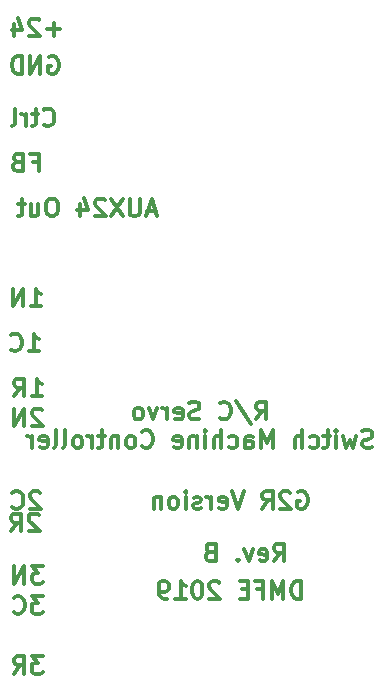
<source format=gbr>
G04 #@! TF.GenerationSoftware,KiCad,Pcbnew,(5.99.0-218-g4a79b08ca)*
G04 #@! TF.CreationDate,2019-10-24T17:32:45-07:00*
G04 #@! TF.ProjectId,RCSMCtrl,5243534d-4374-4726-9c2e-6b696361645f,NC*
G04 #@! TF.SameCoordinates,Original*
G04 #@! TF.FileFunction,Legend,Bot*
G04 #@! TF.FilePolarity,Positive*
%FSLAX46Y46*%
G04 Gerber Fmt 4.6, Leading zero omitted, Abs format (unit mm)*
G04 Created by KiCad (PCBNEW (5.99.0-218-g4a79b08ca)) date 2019-10-24 17:32:45*
%MOMM*%
%LPD*%
G04 APERTURE LIST*
%ADD10C,0.300000*%
G04 APERTURE END LIST*
D10*
X128269285Y-90690000D02*
X128412142Y-90618571D01*
X128626428Y-90618571D01*
X128840714Y-90690000D01*
X128983571Y-90832857D01*
X129055000Y-90975714D01*
X129126428Y-91261428D01*
X129126428Y-91475714D01*
X129055000Y-91761428D01*
X128983571Y-91904285D01*
X128840714Y-92047142D01*
X128626428Y-92118571D01*
X128483571Y-92118571D01*
X128269285Y-92047142D01*
X128197857Y-91975714D01*
X128197857Y-91475714D01*
X128483571Y-91475714D01*
X127626428Y-90761428D02*
X127555000Y-90690000D01*
X127412142Y-90618571D01*
X127055000Y-90618571D01*
X126912142Y-90690000D01*
X126840714Y-90761428D01*
X126769285Y-90904285D01*
X126769285Y-91047142D01*
X126840714Y-91261428D01*
X127697857Y-92118571D01*
X126769285Y-92118571D01*
X125269285Y-92118571D02*
X125769285Y-91404285D01*
X126126428Y-92118571D02*
X126126428Y-90618571D01*
X125555000Y-90618571D01*
X125412142Y-90690000D01*
X125340714Y-90761428D01*
X125269285Y-90904285D01*
X125269285Y-91118571D01*
X125340714Y-91261428D01*
X125412142Y-91332857D01*
X125555000Y-91404285D01*
X126126428Y-91404285D01*
X123697857Y-90618571D02*
X123197857Y-92118571D01*
X122697857Y-90618571D01*
X121626428Y-92047142D02*
X121769285Y-92118571D01*
X122055000Y-92118571D01*
X122197857Y-92047142D01*
X122269285Y-91904285D01*
X122269285Y-91332857D01*
X122197857Y-91190000D01*
X122055000Y-91118571D01*
X121769285Y-91118571D01*
X121626428Y-91190000D01*
X121555000Y-91332857D01*
X121555000Y-91475714D01*
X122269285Y-91618571D01*
X120912142Y-92118571D02*
X120912142Y-91118571D01*
X120912142Y-91404285D02*
X120840714Y-91261428D01*
X120769285Y-91190000D01*
X120626428Y-91118571D01*
X120483571Y-91118571D01*
X120055000Y-92047142D02*
X119912142Y-92118571D01*
X119626428Y-92118571D01*
X119483571Y-92047142D01*
X119412142Y-91904285D01*
X119412142Y-91832857D01*
X119483571Y-91690000D01*
X119626428Y-91618571D01*
X119840714Y-91618571D01*
X119983571Y-91547142D01*
X120055000Y-91404285D01*
X120055000Y-91332857D01*
X119983571Y-91190000D01*
X119840714Y-91118571D01*
X119626428Y-91118571D01*
X119483571Y-91190000D01*
X118769285Y-92118571D02*
X118769285Y-91118571D01*
X118769285Y-90618571D02*
X118840714Y-90690000D01*
X118769285Y-90761428D01*
X118697857Y-90690000D01*
X118769285Y-90618571D01*
X118769285Y-90761428D01*
X117840714Y-92118571D02*
X117983571Y-92047142D01*
X118055000Y-91975714D01*
X118126428Y-91832857D01*
X118126428Y-91404285D01*
X118055000Y-91261428D01*
X117983571Y-91190000D01*
X117840714Y-91118571D01*
X117626428Y-91118571D01*
X117483571Y-91190000D01*
X117412142Y-91261428D01*
X117340714Y-91404285D01*
X117340714Y-91832857D01*
X117412142Y-91975714D01*
X117483571Y-92047142D01*
X117626428Y-92118571D01*
X117840714Y-92118571D01*
X116697857Y-91118571D02*
X116697857Y-92118571D01*
X116697857Y-91261428D02*
X116626428Y-91190000D01*
X116483571Y-91118571D01*
X116269285Y-91118571D01*
X116126428Y-91190000D01*
X116055000Y-91332857D01*
X116055000Y-92118571D01*
X126253571Y-96563571D02*
X126753571Y-95849285D01*
X127110714Y-96563571D02*
X127110714Y-95063571D01*
X126539285Y-95063571D01*
X126396428Y-95135000D01*
X126325000Y-95206428D01*
X126253571Y-95349285D01*
X126253571Y-95563571D01*
X126325000Y-95706428D01*
X126396428Y-95777857D01*
X126539285Y-95849285D01*
X127110714Y-95849285D01*
X125039285Y-96492142D02*
X125182142Y-96563571D01*
X125467857Y-96563571D01*
X125610714Y-96492142D01*
X125682142Y-96349285D01*
X125682142Y-95777857D01*
X125610714Y-95635000D01*
X125467857Y-95563571D01*
X125182142Y-95563571D01*
X125039285Y-95635000D01*
X124967857Y-95777857D01*
X124967857Y-95920714D01*
X125682142Y-96063571D01*
X124467857Y-95563571D02*
X124110714Y-96563571D01*
X123753571Y-95563571D01*
X123182142Y-96420714D02*
X123110714Y-96492142D01*
X123182142Y-96563571D01*
X123253571Y-96492142D01*
X123182142Y-96420714D01*
X123182142Y-96563571D01*
X120825000Y-95777857D02*
X120610714Y-95849285D01*
X120539285Y-95920714D01*
X120467857Y-96063571D01*
X120467857Y-96277857D01*
X120539285Y-96420714D01*
X120610714Y-96492142D01*
X120753571Y-96563571D01*
X121325000Y-96563571D01*
X121325000Y-95063571D01*
X120825000Y-95063571D01*
X120682142Y-95135000D01*
X120610714Y-95206428D01*
X120539285Y-95349285D01*
X120539285Y-95492142D01*
X120610714Y-95635000D01*
X120682142Y-95706428D01*
X120825000Y-95777857D01*
X121325000Y-95777857D01*
X128555000Y-99738571D02*
X128555000Y-98238571D01*
X128197857Y-98238571D01*
X127983571Y-98310000D01*
X127840714Y-98452857D01*
X127769285Y-98595714D01*
X127697857Y-98881428D01*
X127697857Y-99095714D01*
X127769285Y-99381428D01*
X127840714Y-99524285D01*
X127983571Y-99667142D01*
X128197857Y-99738571D01*
X128555000Y-99738571D01*
X127055000Y-99738571D02*
X127055000Y-98238571D01*
X126555000Y-99310000D01*
X126055000Y-98238571D01*
X126055000Y-99738571D01*
X124840714Y-98952857D02*
X125340714Y-98952857D01*
X125340714Y-99738571D02*
X125340714Y-98238571D01*
X124626428Y-98238571D01*
X124055000Y-98952857D02*
X123555000Y-98952857D01*
X123340714Y-99738571D02*
X124055000Y-99738571D01*
X124055000Y-98238571D01*
X123340714Y-98238571D01*
X121626428Y-98381428D02*
X121555000Y-98310000D01*
X121412142Y-98238571D01*
X121055000Y-98238571D01*
X120912142Y-98310000D01*
X120840714Y-98381428D01*
X120769285Y-98524285D01*
X120769285Y-98667142D01*
X120840714Y-98881428D01*
X121697857Y-99738571D01*
X120769285Y-99738571D01*
X119840714Y-98238571D02*
X119697857Y-98238571D01*
X119555000Y-98310000D01*
X119483571Y-98381428D01*
X119412142Y-98524285D01*
X119340714Y-98810000D01*
X119340714Y-99167142D01*
X119412142Y-99452857D01*
X119483571Y-99595714D01*
X119555000Y-99667142D01*
X119697857Y-99738571D01*
X119840714Y-99738571D01*
X119983571Y-99667142D01*
X120055000Y-99595714D01*
X120126428Y-99452857D01*
X120197857Y-99167142D01*
X120197857Y-98810000D01*
X120126428Y-98524285D01*
X120055000Y-98381428D01*
X119983571Y-98310000D01*
X119840714Y-98238571D01*
X117912142Y-99738571D02*
X118769285Y-99738571D01*
X118340714Y-99738571D02*
X118340714Y-98238571D01*
X118483571Y-98452857D01*
X118626428Y-98595714D01*
X118769285Y-98667142D01*
X117197857Y-99738571D02*
X116912142Y-99738571D01*
X116769285Y-99667142D01*
X116697857Y-99595714D01*
X116555000Y-99381428D01*
X116483571Y-99095714D01*
X116483571Y-98524285D01*
X116555000Y-98381428D01*
X116626428Y-98310000D01*
X116769285Y-98238571D01*
X117055000Y-98238571D01*
X117197857Y-98310000D01*
X117269285Y-98381428D01*
X117340714Y-98524285D01*
X117340714Y-98881428D01*
X117269285Y-99024285D01*
X117197857Y-99095714D01*
X117055000Y-99167142D01*
X116769285Y-99167142D01*
X116626428Y-99095714D01*
X116555000Y-99024285D01*
X116483571Y-98881428D01*
X106660000Y-104588571D02*
X105731428Y-104588571D01*
X106231428Y-105160000D01*
X106017142Y-105160000D01*
X105874285Y-105231428D01*
X105802857Y-105302857D01*
X105731428Y-105445714D01*
X105731428Y-105802857D01*
X105802857Y-105945714D01*
X105874285Y-106017142D01*
X106017142Y-106088571D01*
X106445714Y-106088571D01*
X106588571Y-106017142D01*
X106660000Y-105945714D01*
X104231428Y-106088571D02*
X104731428Y-105374285D01*
X105088571Y-106088571D02*
X105088571Y-104588571D01*
X104517142Y-104588571D01*
X104374285Y-104660000D01*
X104302857Y-104731428D01*
X104231428Y-104874285D01*
X104231428Y-105088571D01*
X104302857Y-105231428D01*
X104374285Y-105302857D01*
X104517142Y-105374285D01*
X105088571Y-105374285D01*
X106660000Y-99508571D02*
X105731428Y-99508571D01*
X106231428Y-100080000D01*
X106017142Y-100080000D01*
X105874285Y-100151428D01*
X105802857Y-100222857D01*
X105731428Y-100365714D01*
X105731428Y-100722857D01*
X105802857Y-100865714D01*
X105874285Y-100937142D01*
X106017142Y-101008571D01*
X106445714Y-101008571D01*
X106588571Y-100937142D01*
X106660000Y-100865714D01*
X104231428Y-100865714D02*
X104302857Y-100937142D01*
X104517142Y-101008571D01*
X104660000Y-101008571D01*
X104874285Y-100937142D01*
X105017142Y-100794285D01*
X105088571Y-100651428D01*
X105160000Y-100365714D01*
X105160000Y-100151428D01*
X105088571Y-99865714D01*
X105017142Y-99722857D01*
X104874285Y-99580000D01*
X104660000Y-99508571D01*
X104517142Y-99508571D01*
X104302857Y-99580000D01*
X104231428Y-99651428D01*
X106695714Y-96968571D02*
X105767142Y-96968571D01*
X106267142Y-97540000D01*
X106052857Y-97540000D01*
X105910000Y-97611428D01*
X105838571Y-97682857D01*
X105767142Y-97825714D01*
X105767142Y-98182857D01*
X105838571Y-98325714D01*
X105910000Y-98397142D01*
X106052857Y-98468571D01*
X106481428Y-98468571D01*
X106624285Y-98397142D01*
X106695714Y-98325714D01*
X105124285Y-98468571D02*
X105124285Y-96968571D01*
X104267142Y-98468571D01*
X104267142Y-96968571D01*
X106334571Y-92666428D02*
X106263142Y-92595000D01*
X106120285Y-92523571D01*
X105763142Y-92523571D01*
X105620285Y-92595000D01*
X105548857Y-92666428D01*
X105477428Y-92809285D01*
X105477428Y-92952142D01*
X105548857Y-93166428D01*
X106406000Y-94023571D01*
X105477428Y-94023571D01*
X103977428Y-94023571D02*
X104477428Y-93309285D01*
X104834571Y-94023571D02*
X104834571Y-92523571D01*
X104263142Y-92523571D01*
X104120285Y-92595000D01*
X104048857Y-92666428D01*
X103977428Y-92809285D01*
X103977428Y-93023571D01*
X104048857Y-93166428D01*
X104120285Y-93237857D01*
X104263142Y-93309285D01*
X104834571Y-93309285D01*
X106461571Y-90761428D02*
X106390142Y-90690000D01*
X106247285Y-90618571D01*
X105890142Y-90618571D01*
X105747285Y-90690000D01*
X105675857Y-90761428D01*
X105604428Y-90904285D01*
X105604428Y-91047142D01*
X105675857Y-91261428D01*
X106533000Y-92118571D01*
X105604428Y-92118571D01*
X104104428Y-91975714D02*
X104175857Y-92047142D01*
X104390142Y-92118571D01*
X104533000Y-92118571D01*
X104747285Y-92047142D01*
X104890142Y-91904285D01*
X104961571Y-91761428D01*
X105033000Y-91475714D01*
X105033000Y-91261428D01*
X104961571Y-90975714D01*
X104890142Y-90832857D01*
X104747285Y-90690000D01*
X104533000Y-90618571D01*
X104390142Y-90618571D01*
X104175857Y-90690000D01*
X104104428Y-90761428D01*
X106624285Y-83776428D02*
X106552857Y-83705000D01*
X106410000Y-83633571D01*
X106052857Y-83633571D01*
X105910000Y-83705000D01*
X105838571Y-83776428D01*
X105767142Y-83919285D01*
X105767142Y-84062142D01*
X105838571Y-84276428D01*
X106695714Y-85133571D01*
X105767142Y-85133571D01*
X105124285Y-85133571D02*
X105124285Y-83633571D01*
X104267142Y-85133571D01*
X104267142Y-83633571D01*
X105731428Y-82593571D02*
X106588571Y-82593571D01*
X106160000Y-82593571D02*
X106160000Y-81093571D01*
X106302857Y-81307857D01*
X106445714Y-81450714D01*
X106588571Y-81522142D01*
X104231428Y-82593571D02*
X104731428Y-81879285D01*
X105088571Y-82593571D02*
X105088571Y-81093571D01*
X104517142Y-81093571D01*
X104374285Y-81165000D01*
X104302857Y-81236428D01*
X104231428Y-81379285D01*
X104231428Y-81593571D01*
X104302857Y-81736428D01*
X104374285Y-81807857D01*
X104517142Y-81879285D01*
X105088571Y-81879285D01*
X105477428Y-78783571D02*
X106334571Y-78783571D01*
X105906000Y-78783571D02*
X105906000Y-77283571D01*
X106048857Y-77497857D01*
X106191714Y-77640714D01*
X106334571Y-77712142D01*
X103977428Y-78640714D02*
X104048857Y-78712142D01*
X104263142Y-78783571D01*
X104406000Y-78783571D01*
X104620285Y-78712142D01*
X104763142Y-78569285D01*
X104834571Y-78426428D01*
X104906000Y-78140714D01*
X104906000Y-77926428D01*
X104834571Y-77640714D01*
X104763142Y-77497857D01*
X104620285Y-77355000D01*
X104406000Y-77283571D01*
X104263142Y-77283571D01*
X104048857Y-77355000D01*
X103977428Y-77426428D01*
X105640142Y-74973571D02*
X106497285Y-74973571D01*
X106068714Y-74973571D02*
X106068714Y-73473571D01*
X106211571Y-73687857D01*
X106354428Y-73830714D01*
X106497285Y-73902142D01*
X104997285Y-74973571D02*
X104997285Y-73473571D01*
X104140142Y-74973571D01*
X104140142Y-73473571D01*
X116240000Y-66925000D02*
X115525714Y-66925000D01*
X116382857Y-67353571D02*
X115882857Y-65853571D01*
X115382857Y-67353571D01*
X114882857Y-65853571D02*
X114882857Y-67067857D01*
X114811428Y-67210714D01*
X114740000Y-67282142D01*
X114597142Y-67353571D01*
X114311428Y-67353571D01*
X114168571Y-67282142D01*
X114097142Y-67210714D01*
X114025714Y-67067857D01*
X114025714Y-65853571D01*
X113454285Y-65853571D02*
X112454285Y-67353571D01*
X112454285Y-65853571D02*
X113454285Y-67353571D01*
X111954285Y-65996428D02*
X111882857Y-65925000D01*
X111740000Y-65853571D01*
X111382857Y-65853571D01*
X111240000Y-65925000D01*
X111168571Y-65996428D01*
X111097142Y-66139285D01*
X111097142Y-66282142D01*
X111168571Y-66496428D01*
X112025714Y-67353571D01*
X111097142Y-67353571D01*
X109811428Y-66353571D02*
X109811428Y-67353571D01*
X110168571Y-65782142D02*
X110525714Y-66853571D01*
X109597142Y-66853571D01*
X107597142Y-65853571D02*
X107311428Y-65853571D01*
X107168571Y-65925000D01*
X107025714Y-66067857D01*
X106954285Y-66353571D01*
X106954285Y-66853571D01*
X107025714Y-67139285D01*
X107168571Y-67282142D01*
X107311428Y-67353571D01*
X107597142Y-67353571D01*
X107740000Y-67282142D01*
X107882857Y-67139285D01*
X107954285Y-66853571D01*
X107954285Y-66353571D01*
X107882857Y-66067857D01*
X107740000Y-65925000D01*
X107597142Y-65853571D01*
X105668571Y-66353571D02*
X105668571Y-67353571D01*
X106311428Y-66353571D02*
X106311428Y-67139285D01*
X106240000Y-67282142D01*
X106097142Y-67353571D01*
X105882857Y-67353571D01*
X105740000Y-67282142D01*
X105668571Y-67210714D01*
X105168571Y-66353571D02*
X104597142Y-66353571D01*
X104954285Y-65853571D02*
X104954285Y-67139285D01*
X104882857Y-67282142D01*
X104740000Y-67353571D01*
X104597142Y-67353571D01*
X105818714Y-62757857D02*
X106318714Y-62757857D01*
X106318714Y-63543571D02*
X106318714Y-62043571D01*
X105604428Y-62043571D01*
X104533000Y-62757857D02*
X104318714Y-62829285D01*
X104247285Y-62900714D01*
X104175857Y-63043571D01*
X104175857Y-63257857D01*
X104247285Y-63400714D01*
X104318714Y-63472142D01*
X104461571Y-63543571D01*
X105033000Y-63543571D01*
X105033000Y-62043571D01*
X104533000Y-62043571D01*
X104390142Y-62115000D01*
X104318714Y-62186428D01*
X104247285Y-62329285D01*
X104247285Y-62472142D01*
X104318714Y-62615000D01*
X104390142Y-62686428D01*
X104533000Y-62757857D01*
X105033000Y-62757857D01*
X106739428Y-59590714D02*
X106810857Y-59662142D01*
X107025142Y-59733571D01*
X107168000Y-59733571D01*
X107382285Y-59662142D01*
X107525142Y-59519285D01*
X107596571Y-59376428D01*
X107668000Y-59090714D01*
X107668000Y-58876428D01*
X107596571Y-58590714D01*
X107525142Y-58447857D01*
X107382285Y-58305000D01*
X107168000Y-58233571D01*
X107025142Y-58233571D01*
X106810857Y-58305000D01*
X106739428Y-58376428D01*
X106310857Y-58733571D02*
X105739428Y-58733571D01*
X106096571Y-58233571D02*
X106096571Y-59519285D01*
X106025142Y-59662142D01*
X105882285Y-59733571D01*
X105739428Y-59733571D01*
X105239428Y-59733571D02*
X105239428Y-58733571D01*
X105239428Y-59019285D02*
X105168000Y-58876428D01*
X105096571Y-58805000D01*
X104953714Y-58733571D01*
X104810857Y-58733571D01*
X104096571Y-59733571D02*
X104239428Y-59662142D01*
X104310857Y-59519285D01*
X104310857Y-58233571D01*
X107187857Y-53860000D02*
X107330714Y-53788571D01*
X107545000Y-53788571D01*
X107759285Y-53860000D01*
X107902142Y-54002857D01*
X107973571Y-54145714D01*
X108045000Y-54431428D01*
X108045000Y-54645714D01*
X107973571Y-54931428D01*
X107902142Y-55074285D01*
X107759285Y-55217142D01*
X107545000Y-55288571D01*
X107402142Y-55288571D01*
X107187857Y-55217142D01*
X107116428Y-55145714D01*
X107116428Y-54645714D01*
X107402142Y-54645714D01*
X106473571Y-55288571D02*
X106473571Y-53788571D01*
X105616428Y-55288571D01*
X105616428Y-53788571D01*
X104902142Y-55288571D02*
X104902142Y-53788571D01*
X104545000Y-53788571D01*
X104330714Y-53860000D01*
X104187857Y-54002857D01*
X104116428Y-54145714D01*
X104045000Y-54431428D01*
X104045000Y-54645714D01*
X104116428Y-54931428D01*
X104187857Y-55074285D01*
X104330714Y-55217142D01*
X104545000Y-55288571D01*
X104902142Y-55288571D01*
X108172000Y-51542142D02*
X107029142Y-51542142D01*
X107600571Y-52113571D02*
X107600571Y-50970714D01*
X106386285Y-50756428D02*
X106314857Y-50685000D01*
X106172000Y-50613571D01*
X105814857Y-50613571D01*
X105672000Y-50685000D01*
X105600571Y-50756428D01*
X105529142Y-50899285D01*
X105529142Y-51042142D01*
X105600571Y-51256428D01*
X106457714Y-52113571D01*
X105529142Y-52113571D01*
X104243428Y-51113571D02*
X104243428Y-52113571D01*
X104600571Y-50542142D02*
X104957714Y-51613571D01*
X104029142Y-51613571D01*
X124729285Y-84561071D02*
X125229285Y-83846785D01*
X125586428Y-84561071D02*
X125586428Y-83061071D01*
X125015000Y-83061071D01*
X124872142Y-83132500D01*
X124800714Y-83203928D01*
X124729285Y-83346785D01*
X124729285Y-83561071D01*
X124800714Y-83703928D01*
X124872142Y-83775357D01*
X125015000Y-83846785D01*
X125586428Y-83846785D01*
X123015000Y-82989642D02*
X124300714Y-84918214D01*
X121657857Y-84418214D02*
X121729285Y-84489642D01*
X121943571Y-84561071D01*
X122086428Y-84561071D01*
X122300714Y-84489642D01*
X122443571Y-84346785D01*
X122515000Y-84203928D01*
X122586428Y-83918214D01*
X122586428Y-83703928D01*
X122515000Y-83418214D01*
X122443571Y-83275357D01*
X122300714Y-83132500D01*
X122086428Y-83061071D01*
X121943571Y-83061071D01*
X121729285Y-83132500D01*
X121657857Y-83203928D01*
X119943571Y-84489642D02*
X119729285Y-84561071D01*
X119372142Y-84561071D01*
X119229285Y-84489642D01*
X119157857Y-84418214D01*
X119086428Y-84275357D01*
X119086428Y-84132500D01*
X119157857Y-83989642D01*
X119229285Y-83918214D01*
X119372142Y-83846785D01*
X119657857Y-83775357D01*
X119800714Y-83703928D01*
X119872142Y-83632500D01*
X119943571Y-83489642D01*
X119943571Y-83346785D01*
X119872142Y-83203928D01*
X119800714Y-83132500D01*
X119657857Y-83061071D01*
X119300714Y-83061071D01*
X119086428Y-83132500D01*
X117872142Y-84489642D02*
X118015000Y-84561071D01*
X118300714Y-84561071D01*
X118443571Y-84489642D01*
X118515000Y-84346785D01*
X118515000Y-83775357D01*
X118443571Y-83632500D01*
X118300714Y-83561071D01*
X118015000Y-83561071D01*
X117872142Y-83632500D01*
X117800714Y-83775357D01*
X117800714Y-83918214D01*
X118515000Y-84061071D01*
X117157857Y-84561071D02*
X117157857Y-83561071D01*
X117157857Y-83846785D02*
X117086428Y-83703928D01*
X117015000Y-83632500D01*
X116872142Y-83561071D01*
X116729285Y-83561071D01*
X116372142Y-83561071D02*
X116015000Y-84561071D01*
X115657857Y-83561071D01*
X114872142Y-84561071D02*
X115015000Y-84489642D01*
X115086428Y-84418214D01*
X115157857Y-84275357D01*
X115157857Y-83846785D01*
X115086428Y-83703928D01*
X115015000Y-83632500D01*
X114872142Y-83561071D01*
X114657857Y-83561071D01*
X114515000Y-83632500D01*
X114443571Y-83703928D01*
X114372142Y-83846785D01*
X114372142Y-84275357D01*
X114443571Y-84418214D01*
X114515000Y-84489642D01*
X114657857Y-84561071D01*
X114872142Y-84561071D01*
X134586428Y-86904642D02*
X134372142Y-86976071D01*
X134015000Y-86976071D01*
X133872142Y-86904642D01*
X133800714Y-86833214D01*
X133729285Y-86690357D01*
X133729285Y-86547500D01*
X133800714Y-86404642D01*
X133872142Y-86333214D01*
X134015000Y-86261785D01*
X134300714Y-86190357D01*
X134443571Y-86118928D01*
X134515000Y-86047500D01*
X134586428Y-85904642D01*
X134586428Y-85761785D01*
X134515000Y-85618928D01*
X134443571Y-85547500D01*
X134300714Y-85476071D01*
X133943571Y-85476071D01*
X133729285Y-85547500D01*
X133229285Y-85976071D02*
X132943571Y-86976071D01*
X132657857Y-86261785D01*
X132372142Y-86976071D01*
X132086428Y-85976071D01*
X131515000Y-86976071D02*
X131515000Y-85976071D01*
X131515000Y-85476071D02*
X131586428Y-85547500D01*
X131515000Y-85618928D01*
X131443571Y-85547500D01*
X131515000Y-85476071D01*
X131515000Y-85618928D01*
X131015000Y-85976071D02*
X130443571Y-85976071D01*
X130800714Y-85476071D02*
X130800714Y-86761785D01*
X130729285Y-86904642D01*
X130586428Y-86976071D01*
X130443571Y-86976071D01*
X129300714Y-86904642D02*
X129443571Y-86976071D01*
X129729285Y-86976071D01*
X129872142Y-86904642D01*
X129943571Y-86833214D01*
X130015000Y-86690357D01*
X130015000Y-86261785D01*
X129943571Y-86118928D01*
X129872142Y-86047500D01*
X129729285Y-85976071D01*
X129443571Y-85976071D01*
X129300714Y-86047500D01*
X128657857Y-86976071D02*
X128657857Y-85476071D01*
X128015000Y-86976071D02*
X128015000Y-86190357D01*
X128086428Y-86047500D01*
X128229285Y-85976071D01*
X128443571Y-85976071D01*
X128586428Y-86047500D01*
X128657857Y-86118928D01*
X126157857Y-86976071D02*
X126157857Y-85476071D01*
X125657857Y-86547500D01*
X125157857Y-85476071D01*
X125157857Y-86976071D01*
X123800714Y-86976071D02*
X123800714Y-86190357D01*
X123872142Y-86047500D01*
X124015000Y-85976071D01*
X124300714Y-85976071D01*
X124443571Y-86047500D01*
X123800714Y-86904642D02*
X123943571Y-86976071D01*
X124300714Y-86976071D01*
X124443571Y-86904642D01*
X124515000Y-86761785D01*
X124515000Y-86618928D01*
X124443571Y-86476071D01*
X124300714Y-86404642D01*
X123943571Y-86404642D01*
X123800714Y-86333214D01*
X122443571Y-86904642D02*
X122586428Y-86976071D01*
X122872142Y-86976071D01*
X123015000Y-86904642D01*
X123086428Y-86833214D01*
X123157857Y-86690357D01*
X123157857Y-86261785D01*
X123086428Y-86118928D01*
X123015000Y-86047500D01*
X122872142Y-85976071D01*
X122586428Y-85976071D01*
X122443571Y-86047500D01*
X121800714Y-86976071D02*
X121800714Y-85476071D01*
X121157857Y-86976071D02*
X121157857Y-86190357D01*
X121229285Y-86047500D01*
X121372142Y-85976071D01*
X121586428Y-85976071D01*
X121729285Y-86047500D01*
X121800714Y-86118928D01*
X120443571Y-86976071D02*
X120443571Y-85976071D01*
X120443571Y-85476071D02*
X120515000Y-85547500D01*
X120443571Y-85618928D01*
X120372142Y-85547500D01*
X120443571Y-85476071D01*
X120443571Y-85618928D01*
X119729285Y-85976071D02*
X119729285Y-86976071D01*
X119729285Y-86118928D02*
X119657857Y-86047500D01*
X119515000Y-85976071D01*
X119300714Y-85976071D01*
X119157857Y-86047500D01*
X119086428Y-86190357D01*
X119086428Y-86976071D01*
X117800714Y-86904642D02*
X117943571Y-86976071D01*
X118229285Y-86976071D01*
X118372142Y-86904642D01*
X118443571Y-86761785D01*
X118443571Y-86190357D01*
X118372142Y-86047500D01*
X118229285Y-85976071D01*
X117943571Y-85976071D01*
X117800714Y-86047500D01*
X117729285Y-86190357D01*
X117729285Y-86333214D01*
X118443571Y-86476071D01*
X115086428Y-86833214D02*
X115157857Y-86904642D01*
X115372142Y-86976071D01*
X115515000Y-86976071D01*
X115729285Y-86904642D01*
X115872142Y-86761785D01*
X115943571Y-86618928D01*
X116015000Y-86333214D01*
X116015000Y-86118928D01*
X115943571Y-85833214D01*
X115872142Y-85690357D01*
X115729285Y-85547500D01*
X115515000Y-85476071D01*
X115372142Y-85476071D01*
X115157857Y-85547500D01*
X115086428Y-85618928D01*
X114229285Y-86976071D02*
X114372142Y-86904642D01*
X114443571Y-86833214D01*
X114515000Y-86690357D01*
X114515000Y-86261785D01*
X114443571Y-86118928D01*
X114372142Y-86047500D01*
X114229285Y-85976071D01*
X114015000Y-85976071D01*
X113872142Y-86047500D01*
X113800714Y-86118928D01*
X113729285Y-86261785D01*
X113729285Y-86690357D01*
X113800714Y-86833214D01*
X113872142Y-86904642D01*
X114015000Y-86976071D01*
X114229285Y-86976071D01*
X113086428Y-85976071D02*
X113086428Y-86976071D01*
X113086428Y-86118928D02*
X113015000Y-86047500D01*
X112872142Y-85976071D01*
X112657857Y-85976071D01*
X112515000Y-86047500D01*
X112443571Y-86190357D01*
X112443571Y-86976071D01*
X111943571Y-85976071D02*
X111372142Y-85976071D01*
X111729285Y-85476071D02*
X111729285Y-86761785D01*
X111657857Y-86904642D01*
X111515000Y-86976071D01*
X111372142Y-86976071D01*
X110872142Y-86976071D02*
X110872142Y-85976071D01*
X110872142Y-86261785D02*
X110800714Y-86118928D01*
X110729285Y-86047500D01*
X110586428Y-85976071D01*
X110443571Y-85976071D01*
X109729285Y-86976071D02*
X109872142Y-86904642D01*
X109943571Y-86833214D01*
X110015000Y-86690357D01*
X110015000Y-86261785D01*
X109943571Y-86118928D01*
X109872142Y-86047500D01*
X109729285Y-85976071D01*
X109515000Y-85976071D01*
X109372142Y-86047500D01*
X109300714Y-86118928D01*
X109229285Y-86261785D01*
X109229285Y-86690357D01*
X109300714Y-86833214D01*
X109372142Y-86904642D01*
X109515000Y-86976071D01*
X109729285Y-86976071D01*
X108372142Y-86976071D02*
X108515000Y-86904642D01*
X108586428Y-86761785D01*
X108586428Y-85476071D01*
X107586428Y-86976071D02*
X107729285Y-86904642D01*
X107800714Y-86761785D01*
X107800714Y-85476071D01*
X106443571Y-86904642D02*
X106586428Y-86976071D01*
X106872142Y-86976071D01*
X107015000Y-86904642D01*
X107086428Y-86761785D01*
X107086428Y-86190357D01*
X107015000Y-86047500D01*
X106872142Y-85976071D01*
X106586428Y-85976071D01*
X106443571Y-86047500D01*
X106372142Y-86190357D01*
X106372142Y-86333214D01*
X107086428Y-86476071D01*
X105729285Y-86976071D02*
X105729285Y-85976071D01*
X105729285Y-86261785D02*
X105657857Y-86118928D01*
X105586428Y-86047500D01*
X105443571Y-85976071D01*
X105300714Y-85976071D01*
M02*

</source>
